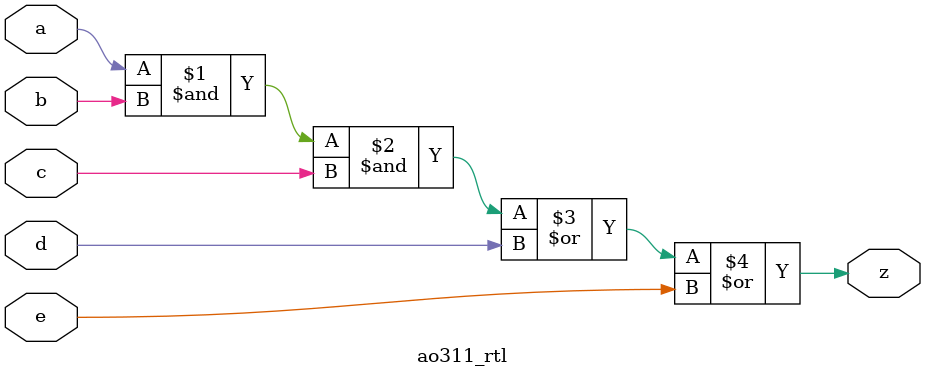
<source format=v>
`timescale 1ns / 1ns


// hns12 08212017 - generate rtl model using boolean operators
//
module ao311_rtl (
  input a,b,c,d,e, //listed inputs
  output z //listed outputs
  );
  assign z = (a & b & c) | d | e ; //equation of my ao311 circuit
endmodule

</source>
